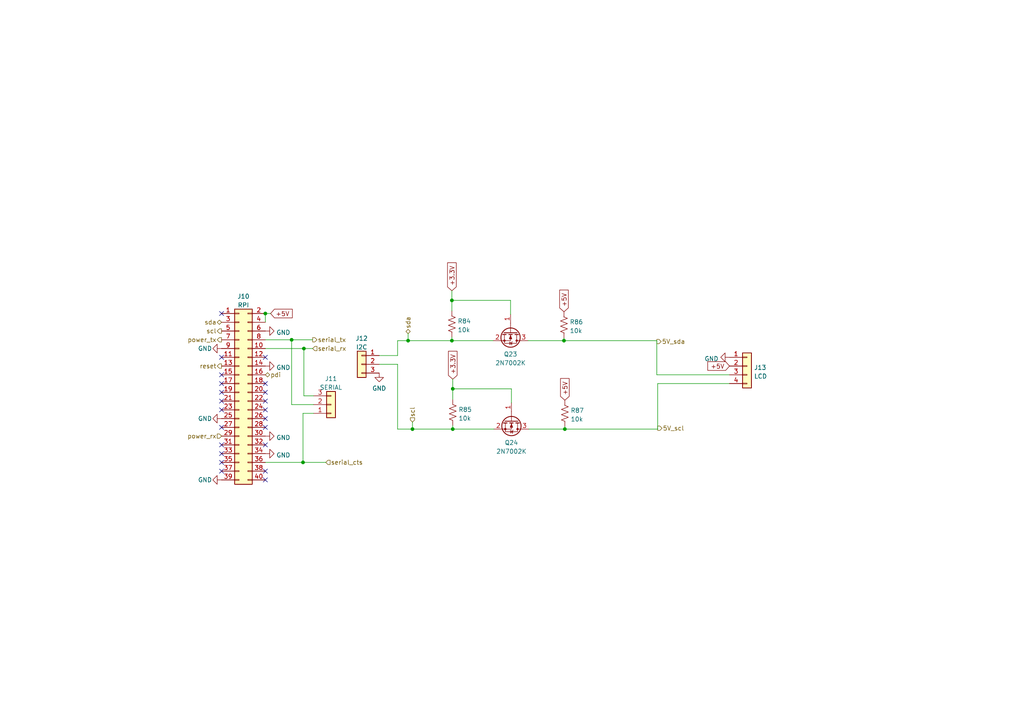
<source format=kicad_sch>
(kicad_sch (version 20211123) (generator eeschema)
  (paper "A4")
  (title_block (title "Raspberry PI Interface") (company "Buildbotics LLC") (comment 1 "Copyright (c) 2016-2022, Buildbotics LLC") (comment 2 "Licensed under CERN-OHL-S v2 "))
  (lib_symbols
    (symbol "Connector_Generic:Conn_01x03" (pin_names (offset 1.016) hide)
      (property "Reference" "J" (at 0 5.08 0))
      (property "Value" "Conn_01x03" (at 0 -5.08 0))
      (symbol "Conn_01x03_1_1"
        (rectangle (start -1.27 -2.413) (end 0 -2.667) (stroke (width 0.1524)))
        (rectangle (start -1.27 0.127) (end 0 -0.127) (stroke (width 0.1524)))
        (rectangle (start -1.27 2.667) (end 0 2.413) (stroke (width 0.1524)))
        (rectangle (start -1.27 3.81) (end 1.27 -3.81) (stroke (width 0.254)) (fill (type background)))
        (pin passive line (at -5.08 2.54 0) (length 3.81) (name "Pin_1") (number "1"))
        (pin passive line (at -5.08 0 0) (length 3.81) (name "Pin_2") (number "2"))
        (pin passive line (at -5.08 -2.54 0) (length 3.81) (name "Pin_3") (number "3"))
      )
    )
    (symbol "Connector_Generic:Conn_01x04" (pin_names (offset 1.016) hide)
      (property "Reference" "J" (at 0 5.08 0))
      (property "Value" "Conn_01x04" (at 0 -7.62 0))
      (symbol "Conn_01x04_1_1"
        (rectangle (start -1.27 -4.953) (end 0 -5.207) (stroke (width 0.1524)))
        (rectangle (start -1.27 -2.413) (end 0 -2.667) (stroke (width 0.1524)))
        (rectangle (start -1.27 0.127) (end 0 -0.127) (stroke (width 0.1524)))
        (rectangle (start -1.27 2.667) (end 0 2.413) (stroke (width 0.1524)))
        (rectangle (start -1.27 3.81) (end 1.27 -6.35) (stroke (width 0.254)) (fill (type background)))
        (pin passive line (at -5.08 2.54 0) (length 3.81) (name "Pin_1") (number "1"))
        (pin passive line (at -5.08 0 0) (length 3.81) (name "Pin_2") (number "2"))
        (pin passive line (at -5.08 -2.54 0) (length 3.81) (name "Pin_3") (number "3"))
        (pin passive line (at -5.08 -5.08 0) (length 3.81) (name "Pin_4") (number "4"))
      )
    )
    (symbol "Connector_Generic:Conn_02x20_Odd_Even" (pin_names (offset 1.016) hide)
      (property "Reference" "J" (at 1.27 25.4 0))
      (property "Value" "Conn_02x20_Odd_Even" (at 1.27 -27.94 0))
      (symbol "Conn_02x20_Odd_Even_1_1"
        (rectangle (start -1.27 -25.273) (end 0 -25.527) (stroke (width 0.1524)))
        (rectangle (start -1.27 -22.733) (end 0 -22.987) (stroke (width 0.1524)))
        (rectangle (start -1.27 -20.193) (end 0 -20.447) (stroke (width 0.1524)))
        (rectangle (start -1.27 -17.653) (end 0 -17.907) (stroke (width 0.1524)))
        (rectangle (start -1.27 -15.113) (end 0 -15.367) (stroke (width 0.1524)))
        (rectangle (start -1.27 -12.573) (end 0 -12.827) (stroke (width 0.1524)))
        (rectangle (start -1.27 -10.033) (end 0 -10.287) (stroke (width 0.1524)))
        (rectangle (start -1.27 -7.493) (end 0 -7.747) (stroke (width 0.1524)))
        (rectangle (start -1.27 -4.953) (end 0 -5.207) (stroke (width 0.1524)))
        (rectangle (start -1.27 -2.413) (end 0 -2.667) (stroke (width 0.1524)))
        (rectangle (start -1.27 0.127) (end 0 -0.127) (stroke (width 0.1524)))
        (rectangle (start -1.27 2.667) (end 0 2.413) (stroke (width 0.1524)))
        (rectangle (start -1.27 5.207) (end 0 4.953) (stroke (width 0.1524)))
        (rectangle (start -1.27 7.747) (end 0 7.493) (stroke (width 0.1524)))
        (rectangle (start -1.27 10.287) (end 0 10.033) (stroke (width 0.1524)))
        (rectangle (start -1.27 12.827) (end 0 12.573) (stroke (width 0.1524)))
        (rectangle (start -1.27 15.367) (end 0 15.113) (stroke (width 0.1524)))
        (rectangle (start -1.27 17.907) (end 0 17.653) (stroke (width 0.1524)))
        (rectangle (start -1.27 20.447) (end 0 20.193) (stroke (width 0.1524)))
        (rectangle (start -1.27 22.987) (end 0 22.733) (stroke (width 0.1524)))
        (rectangle (start -1.27 24.13) (end 3.81 -26.67) (stroke (width 0.254)) (fill (type background)))
        (rectangle (start 3.81 -25.273) (end 2.54 -25.527) (stroke (width 0.1524)))
        (rectangle (start 3.81 -22.733) (end 2.54 -22.987) (stroke (width 0.1524)))
        (rectangle (start 3.81 -20.193) (end 2.54 -20.447) (stroke (width 0.1524)))
        (rectangle (start 3.81 -17.653) (end 2.54 -17.907) (stroke (width 0.1524)))
        (rectangle (start 3.81 -15.113) (end 2.54 -15.367) (stroke (width 0.1524)))
        (rectangle (start 3.81 -12.573) (end 2.54 -12.827) (stroke (width 0.1524)))
        (rectangle (start 3.81 -10.033) (end 2.54 -10.287) (stroke (width 0.1524)))
        (rectangle (start 3.81 -7.493) (end 2.54 -7.747) (stroke (width 0.1524)))
        (rectangle (start 3.81 -4.953) (end 2.54 -5.207) (stroke (width 0.1524)))
        (rectangle (start 3.81 -2.413) (end 2.54 -2.667) (stroke (width 0.1524)))
        (rectangle (start 3.81 0.127) (end 2.54 -0.127) (stroke (width 0.1524)))
        (rectangle (start 3.81 2.667) (end 2.54 2.413) (stroke (width 0.1524)))
        (rectangle (start 3.81 5.207) (end 2.54 4.953) (stroke (width 0.1524)))
        (rectangle (start 3.81 7.747) (end 2.54 7.493) (stroke (width 0.1524)))
        (rectangle (start 3.81 10.287) (end 2.54 10.033) (stroke (width 0.1524)))
        (rectangle (start 3.81 12.827) (end 2.54 12.573) (stroke (width 0.1524)))
        (rectangle (start 3.81 15.367) (end 2.54 15.113) (stroke (width 0.1524)))
        (rectangle (start 3.81 17.907) (end 2.54 17.653) (stroke (width 0.1524)))
        (rectangle (start 3.81 20.447) (end 2.54 20.193) (stroke (width 0.1524)))
        (rectangle (start 3.81 22.987) (end 2.54 22.733) (stroke (width 0.1524)))
        (pin passive line (at -5.08 22.86 0) (length 3.81) (name "Pin_1") (number "1"))
        (pin passive line (at 7.62 12.7 180) (length 3.81) (name "Pin_10") (number "10"))
        (pin passive line (at -5.08 10.16 0) (length 3.81) (name "Pin_11") (number "11"))
        (pin passive line (at 7.62 10.16 180) (length 3.81) (name "Pin_12") (number "12"))
        (pin passive line (at -5.08 7.62 0) (length 3.81) (name "Pin_13") (number "13"))
        (pin passive line (at 7.62 7.62 180) (length 3.81) (name "Pin_14") (number "14"))
        (pin passive line (at -5.08 5.08 0) (length 3.81) (name "Pin_15") (number "15"))
        (pin passive line (at 7.62 5.08 180) (length 3.81) (name "Pin_16") (number "16"))
        (pin passive line (at -5.08 2.54 0) (length 3.81) (name "Pin_17") (number "17"))
        (pin passive line (at 7.62 2.54 180) (length 3.81) (name "Pin_18") (number "18"))
        (pin passive line (at -5.08 0 0) (length 3.81) (name "Pin_19") (number "19"))
        (pin passive line (at 7.62 22.86 180) (length 3.81) (name "Pin_2") (number "2"))
        (pin passive line (at 7.62 0 180) (length 3.81) (name "Pin_20") (number "20"))
        (pin passive line (at -5.08 -2.54 0) (length 3.81) (name "Pin_21") (number "21"))
        (pin passive line (at 7.62 -2.54 180) (length 3.81) (name "Pin_22") (number "22"))
        (pin passive line (at -5.08 -5.08 0) (length 3.81) (name "Pin_23") (number "23"))
        (pin passive line (at 7.62 -5.08 180) (length 3.81) (name "Pin_24") (number "24"))
        (pin passive line (at -5.08 -7.62 0) (length 3.81) (name "Pin_25") (number "25"))
        (pin passive line (at 7.62 -7.62 180) (length 3.81) (name "Pin_26") (number "26"))
        (pin passive line (at -5.08 -10.16 0) (length 3.81) (name "Pin_27") (number "27"))
        (pin passive line (at 7.62 -10.16 180) (length 3.81) (name "Pin_28") (number "28"))
        (pin passive line (at -5.08 -12.7 0) (length 3.81) (name "Pin_29") (number "29"))
        (pin passive line (at -5.08 20.32 0) (length 3.81) (name "Pin_3") (number "3"))
        (pin passive line (at 7.62 -12.7 180) (length 3.81) (name "Pin_30") (number "30"))
        (pin passive line (at -5.08 -15.24 0) (length 3.81) (name "Pin_31") (number "31"))
        (pin passive line (at 7.62 -15.24 180) (length 3.81) (name "Pin_32") (number "32"))
        (pin passive line (at -5.08 -17.78 0) (length 3.81) (name "Pin_33") (number "33"))
        (pin passive line (at 7.62 -17.78 180) (length 3.81) (name "Pin_34") (number "34"))
        (pin passive line (at -5.08 -20.32 0) (length 3.81) (name "Pin_35") (number "35"))
        (pin passive line (at 7.62 -20.32 180) (length 3.81) (name "Pin_36") (number "36"))
        (pin passive line (at -5.08 -22.86 0) (length 3.81) (name "Pin_37") (number "37"))
        (pin passive line (at 7.62 -22.86 180) (length 3.81) (name "Pin_38") (number "38"))
        (pin passive line (at -5.08 -25.4 0) (length 3.81) (name "Pin_39") (number "39"))
        (pin passive line (at 7.62 20.32 180) (length 3.81) (name "Pin_4") (number "4"))
        (pin passive line (at 7.62 -25.4 180) (length 3.81) (name "Pin_40") (number "40"))
        (pin passive line (at -5.08 17.78 0) (length 3.81) (name "Pin_5") (number "5"))
        (pin passive line (at 7.62 17.78 180) (length 3.81) (name "Pin_6") (number "6"))
        (pin passive line (at -5.08 15.24 0) (length 3.81) (name "Pin_7") (number "7"))
        (pin passive line (at 7.62 15.24 180) (length 3.81) (name "Pin_8") (number "8"))
        (pin passive line (at -5.08 12.7 0) (length 3.81) (name "Pin_9") (number "9"))
      )
    )
    (symbol "Device:R_US" (pin_numbers hide) (pin_names (offset 0))
      (property "Reference" "R" (at 2.54 0 90))
      (property "Value" "R_US" (at -2.54 0 90))
      (symbol "R_US_0_1"
        (polyline (pts (xy 0 -2.286) (xy 0 -2.54)))
        (polyline (pts (xy 0 2.286) (xy 0 2.54)))
        (polyline (pts (xy 0 -0.762) (xy 1.016 -1.143) (xy 0 -1.524) (xy -1.016 -1.905) (xy 0 -2.286)))
        (polyline (pts (xy 0 0.762) (xy 1.016 0.381) (xy 0 0) (xy -1.016 -0.381) (xy 0 -0.762)))
        (polyline (pts (xy 0 2.286) (xy 1.016 1.905) (xy 0 1.524) (xy -1.016 1.143) (xy 0 0.762)))
      )
      (symbol "R_US_1_1"
        (pin passive line (at 0 3.81 270) (length 1.27) (name "~") (number "1"))
        (pin passive line (at 0 -3.81 90) (length 1.27) (name "~") (number "2"))
      )
    )
    (symbol "Transistor_FET:2N7002K" (pin_names hide)
      (property "Reference" "Q" (at 5.08 1.905 0))
      (property "Value" "2N7002K" (at 5.08 0 0))
      (symbol "2N7002K_0_1"
        (polyline (pts (xy 0.254 0) (xy -2.54 0)))
        (polyline (pts (xy 0.254 1.905) (xy 0.254 -1.905)) (stroke (width 0.254)))
        (polyline (pts (xy 0.762 -1.27) (xy 0.762 -2.286)) (stroke (width 0.254)))
        (polyline (pts (xy 0.762 0.508) (xy 0.762 -0.508)) (stroke (width 0.254)))
        (polyline (pts (xy 0.762 2.286) (xy 0.762 1.27)) (stroke (width 0.254)))
        (polyline (pts (xy 2.54 2.54) (xy 2.54 1.778)))
        (polyline (pts (xy 2.54 -2.54) (xy 2.54 0) (xy 0.762 0)))
        (polyline (pts (xy 0.762 -1.778) (xy 3.302 -1.778) (xy 3.302 1.778) (xy 0.762 1.778)))
        (polyline (pts (xy 1.016 0) (xy 2.032 0.381) (xy 2.032 -0.381) (xy 1.016 0)) (fill (type outline)))
        (polyline (pts (xy 2.794 0.508) (xy 2.921 0.381) (xy 3.683 0.381) (xy 3.81 0.254)))
        (polyline (pts (xy 3.302 0.381) (xy 2.921 -0.254) (xy 3.683 -0.254) (xy 3.302 0.381)))
        (circle (center 1.651 0) (radius 2.794) (stroke (width 0.254)))
        (circle (center 2.54 -1.778) (radius 0.254) (fill (type outline)))
        (circle (center 2.54 1.778) (radius 0.254) (fill (type outline)))
      )
      (symbol "2N7002K_1_1"
        (pin input line (at -5.08 0 0) (length 2.54) (name "G") (number "1"))
        (pin passive line (at 2.54 -5.08 90) (length 2.54) (name "S") (number "2"))
        (pin passive line (at 2.54 5.08 270) (length 2.54) (name "D") (number "3"))
      )
    )
    (symbol "power:GND" (power) (pin_names (offset 0))
      (property "Value" "GND" (at 0 -3.81 0))
      (symbol "GND_0_1"
        (polyline (pts (xy 0 0) (xy 0 -1.27) (xy 1.27 -1.27) (xy 0 -2.54) (xy -1.27 -1.27) (xy 0 -1.27)))
      )
      (symbol "GND_1_1"
        (pin power_in line (at 0 0 270) (length 0) hide (name "GND") (number "1"))
      )
    )
  )
  (junction (at 87.884 134.112))
  (junction (at 88.138 101.092))
  (junction (at 163.83 124.46))
  (junction (at 131.318 112.776))
  (junction (at 131.064 98.806))
  (junction (at 84.582 98.552))
  (junction (at 119.634 124.46))
  (junction (at 76.962 90.932))
  (junction (at 131.064 87.122))
  (junction (at 118.364 98.806))
  (junction (at 163.576 98.806))
  (junction (at 131.318 124.46))
  (no_connect (at 64.262 113.792))
  (no_connect (at 64.262 111.252))
  (no_connect (at 64.262 108.712))
  (no_connect (at 64.262 129.032))
  (no_connect (at 64.262 118.872))
  (no_connect (at 64.262 123.952))
  (no_connect (at 64.262 116.332))
  (no_connect (at 64.262 90.932))
  (no_connect (at 64.262 103.632))
  (no_connect (at 76.962 121.412))
  (no_connect (at 76.962 118.872))
  (no_connect (at 76.962 113.792))
  (no_connect (at 76.962 103.632))
  (no_connect (at 76.962 129.032))
  (no_connect (at 76.962 136.652))
  (no_connect (at 76.962 139.192))
  (no_connect (at 76.962 123.952))
  (no_connect (at 76.962 111.252))
  (no_connect (at 76.962 116.332))
  (no_connect (at 64.262 136.652))
  (no_connect (at 64.262 134.112))
  (no_connect (at 64.262 131.572))
  (wire (pts (xy 90.932 119.888) (xy 87.884 119.888)))
  (wire (pts (xy 190.5 98.806) (xy 163.576 98.806)))
  (wire (pts (xy 211.582 111.252) (xy 190.754 111.252)))
  (wire (pts (xy 131.064 98.806) (xy 118.364 98.806)))
  (wire (pts (xy 87.884 119.888) (xy 87.884 134.112)))
  (wire (pts (xy 153.416 124.46) (xy 163.83 124.46)))
  (wire (pts (xy 118.364 96.774) (xy 118.364 98.806)))
  (wire (pts (xy 90.932 114.808) (xy 88.138 114.808)))
  (wire (pts (xy 190.754 111.252) (xy 190.754 124.46)))
  (wire (pts (xy 190.5 108.712) (xy 190.5 98.806)))
  (wire (pts (xy 131.318 112.776) (xy 131.318 115.824)))
  (wire (pts (xy 148.082 91.186) (xy 148.082 87.122)))
  (wire (pts (xy 118.364 98.806) (xy 115.316 98.806)))
  (wire (pts (xy 115.316 98.806) (xy 115.316 103.124)))
  (wire (pts (xy 190.754 124.46) (xy 163.83 124.46)))
  (wire (pts (xy 84.582 117.348) (xy 84.582 98.552)))
  (wire (pts (xy 78.486 90.932) (xy 76.962 90.932)))
  (wire (pts (xy 119.634 124.46) (xy 115.316 124.46)))
  (wire (pts (xy 131.064 84.328) (xy 131.064 87.122)))
  (wire (pts (xy 148.336 116.84) (xy 148.336 112.776)))
  (wire (pts (xy 163.576 98.806) (xy 163.576 98.044)))
  (wire (pts (xy 211.582 108.712) (xy 190.5 108.712)))
  (wire (pts (xy 143.002 98.806) (xy 131.064 98.806)))
  (wire (pts (xy 163.83 124.46) (xy 163.83 123.698)))
  (wire (pts (xy 153.162 98.806) (xy 163.576 98.806)))
  (wire (pts (xy 131.318 124.46) (xy 131.318 123.444)))
  (wire (pts (xy 131.318 124.46) (xy 119.634 124.46)))
  (wire (pts (xy 115.316 103.124) (xy 109.982 103.124)))
  (wire (pts (xy 88.138 101.092) (xy 76.962 101.092)))
  (wire (pts (xy 88.138 114.808) (xy 88.138 101.092)))
  (wire (pts (xy 115.316 105.664) (xy 109.982 105.664)))
  (wire (pts (xy 148.082 87.122) (xy 131.064 87.122)))
  (wire (pts (xy 84.582 98.552) (xy 76.962 98.552)))
  (wire (pts (xy 76.962 90.932) (xy 76.962 93.472)))
  (wire (pts (xy 90.678 98.552) (xy 84.582 98.552)))
  (wire (pts (xy 87.884 134.112) (xy 76.962 134.112)))
  (wire (pts (xy 131.064 98.806) (xy 131.064 97.79)))
  (wire (pts (xy 131.064 87.122) (xy 131.064 90.17)))
  (wire (pts (xy 119.634 124.46) (xy 119.634 122.428)))
  (wire (pts (xy 115.316 124.46) (xy 115.316 105.664)))
  (wire (pts (xy 90.932 117.348) (xy 84.582 117.348)))
  (wire (pts (xy 90.678 101.092) (xy 88.138 101.092)))
  (wire (pts (xy 148.336 112.776) (xy 131.318 112.776)))
  (wire (pts (xy 94.488 134.112) (xy 87.884 134.112)))
  (wire (pts (xy 143.256 124.46) (xy 131.318 124.46)))
  (wire (pts (xy 131.318 109.982) (xy 131.318 112.776)))
  (global_label "+5V" (shape input) (at 163.576 90.424 90) (property "Intersheet References" "${INTERSHEET_REFS}" (effects hide)))
  (global_label "+3.3V" (shape input) (at 131.318 109.982 90) (property "Intersheet References" "${INTERSHEET_REFS}" (effects hide)))
  (global_label "+5V" (shape input) (at 163.83 116.078 90) (property "Intersheet References" "${INTERSHEET_REFS}" (effects hide)))
  (global_label "+5V" (shape input) (at 78.486 90.932 0) (property "Intersheet References" "${INTERSHEET_REFS}" (effects hide)))
  (global_label "+5V" (shape input) (at 211.582 106.172 180) (property "Intersheet References" "${INTERSHEET_REFS}" (effects hide)))
  (global_label "+3.3V" (shape input) (at 131.064 84.328 90) (property "Intersheet References" "${INTERSHEET_REFS}" (effects hide)))
  (hierarchical_label "serial_cts" (shape input) (at 94.488 134.112 0))
  (hierarchical_label "scl" (shape output) (at 64.262 96.012 180))
  (hierarchical_label "5V_sda" (shape output) (at 190.5 99.06 0))
  (hierarchical_label "sda" (shape bidirectional) (at 118.364 96.774 90))
  (hierarchical_label "pdi" (shape bidirectional) (at 76.962 108.712 0))
  (hierarchical_label "power_tx" (shape output) (at 64.262 98.552 180))
  (hierarchical_label "sda" (shape bidirectional) (at 64.262 93.472 180))
  (hierarchical_label "5V_scl" (shape output) (at 190.754 124.206 0))
  (hierarchical_label "serial_rx" (shape input) (at 90.678 101.092 0))
  (hierarchical_label "scl" (shape input) (at 119.634 122.428 90))
  (hierarchical_label "reset" (shape output) (at 64.262 106.172 180))
  (hierarchical_label "serial_tx" (shape output) (at 90.678 98.552 0))
  (hierarchical_label "power_rx" (shape input) (at 64.262 126.492 180))
  (symbol (lib_id "Device:R_US") (at 163.576 94.234 0) (unit 1)
    (property "Reference" "R86" (at 165.227 93.3993 0) (effects (justify left)))
    (property "Value" "10k" (at 165.227 95.9362 0) (effects (justify left)))
    (property "Footprint" "Resistor_SMD:R_0805_2012Metric_Pad1.20x1.40mm_HandSolder" (effects hide))
    (property "Model" "RC0805FR-0710KL" (effects hide))
  )
  (symbol (lib_id "Transistor_FET:2N7002K") (at 148.336 121.92 270) (unit 1)
    (property "Reference" "Q24" (at 148.336 128.3954 90))
    (property "Value" "2N7002K" (at 148.336 130.9323 90))
    (property "Footprint" "Package_TO_SOT_SMD:SOT-23" (effects hide))
    (property "Datasheet" "https://www.diodes.com/assets/Datasheets/ds30896.pdf" (effects hide))
    (property "Model" "2N7002K" (effects hide))
  )
  (symbol (lib_id "Device:R_US") (at 163.83 119.888 0) (unit 1)
    (property "Reference" "R87" (at 165.481 119.0533 0) (effects (justify left)))
    (property "Value" "10k" (at 165.481 121.5902 0) (effects (justify left)))
    (property "Footprint" "Resistor_SMD:R_0805_2012Metric_Pad1.20x1.40mm_HandSolder" (effects hide))
    (property "Model" "RC0805FR-0710KL" (effects hide))
  )
  (symbol (lib_id "power:GND") (at 76.962 131.572 90) (unit 1)
    (property "Reference" "#PWR0220" (effects hide))
    (property "Value" "GND" (at 80.137 132.0058 90) (effects (justify right)))
  )
  (symbol (lib_id "power:GND") (at 76.962 96.012 90) (unit 1)
    (property "Reference" "#PWR0223" (effects hide))
    (property "Value" "GND" (at 80.137 96.4458 90) (effects (justify right)))
  )
  (symbol (lib_id "power:GND") (at 211.582 103.632 270) (unit 1)
    (property "Reference" "#PWR0224" (effects hide))
    (property "Value" "GND" (at 208.4071 104.0658 90) (effects (justify right)))
  )
  (symbol (lib_id "power:GND") (at 64.262 101.092 270) (unit 1)
    (property "Reference" "#PWR0227" (effects hide))
    (property "Value" "GND" (at 57.404 101.092 90) (effects (justify left)))
  )
  (symbol (lib_id "Device:R_US") (at 131.318 119.634 0) (unit 1)
    (property "Reference" "R85" (at 132.969 118.7993 0) (effects (justify left)))
    (property "Value" "10k" (at 132.969 121.3362 0) (effects (justify left)))
    (property "Footprint" "Resistor_SMD:R_0805_2012Metric_Pad1.20x1.40mm_HandSolder" (effects hide))
    (property "Model" "RC0805FR-0710KL" (effects hide))
  )
  (symbol (lib_id "power:GND") (at 64.262 121.412 270) (unit 1)
    (property "Reference" "#PWR0226" (effects hide))
    (property "Value" "GND" (at 57.404 121.412 90) (effects (justify left)))
  )
  (symbol (lib_id "Connector_Generic:Conn_01x04") (at 216.662 106.172 0) (unit 1)
    (property "Reference" "J13" (at 218.694 106.6073 0) (effects (justify left)))
    (property "Value" "LCD" (at 218.694 109.1442 0) (effects (justify left)))
    (property "Footprint" "Connector_PinHeader_2.54mm:PinHeader_1x04_P2.54mm_Vertical" (effects hide))
    (property "Model" "M20-9990446" (effects hide))
  )
  (symbol (lib_id "power:GND") (at 64.262 139.192 270) (unit 1)
    (property "Reference" "#PWR0225" (effects hide))
    (property "Value" "GND" (at 57.404 139.192 90) (effects (justify left)))
  )
  (symbol (lib_id "Connector_Generic:Conn_02x20_Odd_Even") (at 69.342 113.792 0) (unit 1)
    (property "Reference" "J10" (at 70.612 85.9622 0))
    (property "Value" "RPI" (at 70.612 88.4991 0))
    (property "Footprint" "Connector_PinHeader_2.54mm:PinHeader_2x20_P2.54mm_Vertical" (effects hide))
    (property "Model" "68602-440HLF" (effects hide))
  )
  (symbol (lib_id "Device:R_US") (at 131.064 93.98 0) (unit 1)
    (property "Reference" "R84" (at 132.715 93.1453 0) (effects (justify left)))
    (property "Value" "10k" (at 132.715 95.6822 0) (effects (justify left)))
    (property "Footprint" "Resistor_SMD:R_0805_2012Metric_Pad1.20x1.40mm_HandSolder" (effects hide))
    (property "Model" "RC0805FR-0710KL" (effects hide))
  )
  (symbol (lib_id "Connector_Generic:Conn_01x03") (at 96.012 117.348 0) (mirror x) (unit 1)
    (property "Reference" "J11" (at 96.012 109.8382 0))
    (property "Value" "SERIAL" (at 96.012 112.3751 0))
    (property "Footprint" "Connector_PinHeader_2.54mm:PinHeader_1x03_P2.54mm_Vertical" (effects hide))
    (property "Model" "Do Not Populate" (effects hide))
  )
  (symbol (lib_id "Connector_Generic:Conn_01x03") (at 104.902 105.664 0) (mirror y) (unit 1)
    (property "Reference" "J12" (at 104.902 98.1542 0))
    (property "Value" "I2C" (at 104.902 100.6911 0))
    (property "Footprint" "Connector_PinHeader_2.54mm:PinHeader_1x03_P2.54mm_Vertical" (effects hide))
    (property "Model" "Do Not Populate" (effects hide))
  )
  (symbol (lib_id "power:GND") (at 76.962 106.172 90) (unit 1)
    (property "Reference" "#PWR0222" (effects hide))
    (property "Value" "GND" (at 80.137 106.6058 90) (effects (justify right)))
  )
  (symbol (lib_id "power:GND") (at 76.962 126.492 90) (unit 1)
    (property "Reference" "#PWR0221" (effects hide))
    (property "Value" "GND" (at 80.137 126.9258 90) (effects (justify right)))
  )
  (symbol (lib_id "power:GND") (at 109.982 108.204 0) (unit 1)
    (property "Reference" "#PWR0230" (effects hide))
    (property "Value" "GND" (at 109.982 112.6474 0))
  )
  (symbol (lib_id "Transistor_FET:2N7002K") (at 148.082 96.266 270) (unit 1)
    (property "Reference" "Q23" (at 148.082 102.7414 90))
    (property "Value" "2N7002K" (at 148.082 105.2783 90))
    (property "Footprint" "Package_TO_SOT_SMD:SOT-23" (effects hide))
    (property "Datasheet" "https://www.diodes.com/assets/Datasheets/ds30896.pdf" (effects hide))
    (property "Model" "2N7002K" (effects hide))
  )
)
</source>
